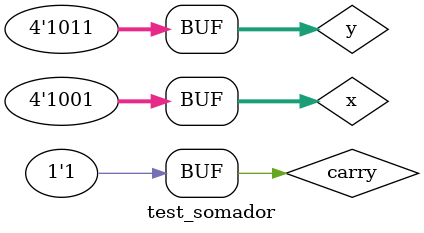
<source format=v>


module FullAdder(s, carryOut, x, y, carryIn);
  output s, carryOut;
  input x, y, carryIn;
  wire a, b, c;

//-- portas 
  xor (a, x, y);
  xor (s, a, carryIn);   
  and (b, x, y);
  and (c, a, carryIn);
  or (carryOut, c, b);
  
endmodule //--FullAdder

// ------------------------- 
// somador
// ------------------------- 

module somador(s, carryOut, x, y, carryIn);
  output [3:0] s;
  output carryOut;
  input  [3:0] x, y;
  input carryIn;
  
  wire c1, c2, c3, z1, z2, z3, z4, z5;
  
  //--portas 
  xor (z1, y[0] , carryIn);
  xor (z2, y[1] , carryIn);
  xor (z3, y[2] , carryIn);
  xor (z4, y[3] , carryIn);
  FullAdder FULLADDER0(s[0], c1, x[0], z1, carryIn);
  FullAdder FULLADDER1(s[1], c2, x[1], z2, c1);
  FullAdder FULLADDER2(s[2], c3, x[2], z3, c2);
  FullAdder FULLADDER3(s[3], z5, x[3], z4, c3);
  xor (carryOut, z5 , carryIn);
  
endmodule //--somador

module test_somador; 
// ------------------------- definir dados 
reg [3:0] x; 
reg [3:0] y; 
reg carry; 
wire [3:0] soma;
wire carryOut; 

somador SOMADOR0(soma, carryOut, x, y, carry);
// ------------------------- parte principal 
  initial
  begin
  $display("Exemplo0026 - Alvaro Henrique de Araujo Rungue - 395487"); 
  $display("Test Somador:"); 
  
  //--Testes
  $monitor($time," x = %b y = %b carryIn = %b ********* carry out = %b soma = %b\n",x, y, carry,carryOut,soma);
  end
  
  // Entradas
  initial
  begin
  x = 4'b0010;y = 4'b0100; carry = 1'b0;


  #5 x = 4'b0001;y = 4'b1111;
  #5 x = 4'b0011;y = 4'b1011;
  #5 x = 4'b0001;y = 4'b1011;
  #5 x = 4'b0001;y = 4'b1011;
  
   #5 x = 4'b0010;y = 4'b0100;carry = 1'b1;
   #5 x = 4'b1001;y = 4'b1111;
   #5 x = 4'b0011;y = 4'b1011;
   #5 x = 4'b0101;y = 4'b1011;
   #5 x = 4'b1001;y = 4'b1011;

  end
endmodule // --test
</source>
